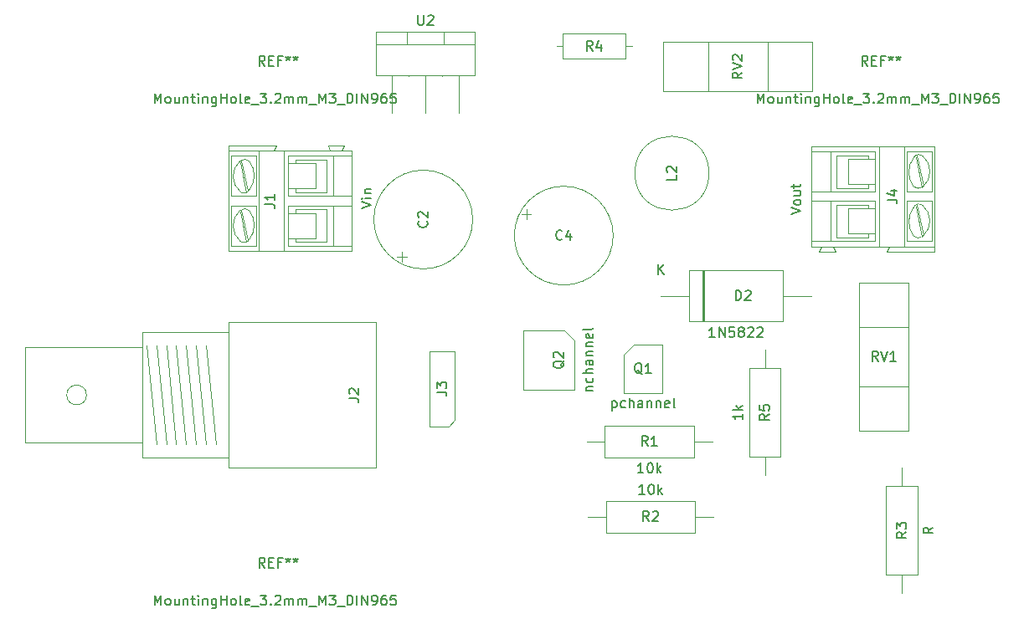
<source format=gbr>
G04 #@! TF.GenerationSoftware,KiCad,Pcbnew,5.0.2-bee76a0~70~ubuntu18.04.1*
G04 #@! TF.CreationDate,2019-05-08T10:40:33+01:00*
G04 #@! TF.ProjectId,lm2596_cc_vc,6c6d3235-3936-45f6-9363-5f76632e6b69,rev?*
G04 #@! TF.SameCoordinates,Original*
G04 #@! TF.FileFunction,Other,Fab,Top*
%FSLAX46Y46*%
G04 Gerber Fmt 4.6, Leading zero omitted, Abs format (unit mm)*
G04 Created by KiCad (PCBNEW 5.0.2-bee76a0~70~ubuntu18.04.1) date Wed 08 May 2019 10:40:33 BST*
%MOMM*%
%LPD*%
G01*
G04 APERTURE LIST*
%ADD10C,0.100000*%
%ADD11C,0.150000*%
G04 APERTURE END LIST*
D10*
G04 #@! TO.C,C2*
X62082500Y-92073861D02*
X63082500Y-92073861D01*
X62582500Y-92573861D02*
X62582500Y-91573861D01*
X69770000Y-88285000D02*
G75*
G03X69770000Y-88285000I-5000000J0D01*
G01*
G04 #@! TO.C,C4*
X83974000Y-89916000D02*
G75*
G03X83974000Y-89916000I-5000000J0D01*
G01*
X74685139Y-87728500D02*
X75685139Y-87728500D01*
X75185139Y-87228500D02*
X75185139Y-88228500D01*
G04 #@! TO.C,D2*
X91643000Y-93412000D02*
X91643000Y-98612000D01*
X91643000Y-98612000D02*
X101143000Y-98612000D01*
X101143000Y-98612000D02*
X101143000Y-93412000D01*
X101143000Y-93412000D02*
X91643000Y-93412000D01*
X88773000Y-96012000D02*
X91643000Y-96012000D01*
X104013000Y-96012000D02*
X101143000Y-96012000D01*
X93068000Y-93412000D02*
X93068000Y-98612000D01*
X93168000Y-93412000D02*
X93168000Y-98612000D01*
X92968000Y-93412000D02*
X92968000Y-98612000D01*
G04 #@! TO.C,J2*
X37785000Y-111045000D02*
X36785000Y-101045000D01*
X38785000Y-111045000D02*
X37785000Y-101045000D01*
X39785000Y-111045000D02*
X38785000Y-101045000D01*
X40785000Y-111045000D02*
X39785000Y-101045000D01*
X41785000Y-111045000D02*
X40785000Y-101045000D01*
X42785000Y-111045000D02*
X41785000Y-101045000D01*
X30715000Y-106045000D02*
G75*
G03X30715000Y-106045000I-1000000J0D01*
G01*
X36385000Y-101245000D02*
X24485000Y-101245000D01*
X24485000Y-101245000D02*
X24485000Y-110845000D01*
X24485000Y-110845000D02*
X36385000Y-110845000D01*
X45085000Y-99695000D02*
X36385000Y-99695000D01*
X36385000Y-99695000D02*
X36385000Y-112395000D01*
X36385000Y-112395000D02*
X45085000Y-112395000D01*
X59985000Y-113395000D02*
X59985000Y-98695000D01*
X59985000Y-98695000D02*
X45085000Y-98695000D01*
X45085000Y-98695000D02*
X45085000Y-113395000D01*
X45085000Y-113395000D02*
X59985000Y-113395000D01*
X43785000Y-111045000D02*
X42785000Y-101045000D01*
G04 #@! TO.C,J3*
X67310000Y-109220000D02*
X65405000Y-109220000D01*
X65405000Y-109220000D02*
X65405000Y-101600000D01*
X65405000Y-101600000D02*
X67945000Y-101600000D01*
X67945000Y-101600000D02*
X67945000Y-108585000D01*
X67945000Y-108585000D02*
X67310000Y-109220000D01*
G04 #@! TO.C,L2*
X93666000Y-83594000D02*
G75*
G03X93666000Y-83594000I-3750000J0D01*
G01*
G04 #@! TO.C,R4*
X78892000Y-69489000D02*
X78892000Y-71989000D01*
X78892000Y-71989000D02*
X85192000Y-71989000D01*
X85192000Y-71989000D02*
X85192000Y-69489000D01*
X85192000Y-69489000D02*
X78892000Y-69489000D01*
X78232000Y-70739000D02*
X78892000Y-70739000D01*
X85852000Y-70739000D02*
X85192000Y-70739000D01*
G04 #@! TO.C,RV1*
X113839000Y-99155000D02*
X108839000Y-99155000D01*
X113839000Y-105155000D02*
X113839000Y-99155000D01*
X108839000Y-105155000D02*
X113839000Y-105155000D01*
X108839000Y-99155000D02*
X108839000Y-105155000D01*
X108839000Y-94655000D02*
X113839000Y-94655000D01*
X108839000Y-109655000D02*
X108839000Y-94655000D01*
X113839000Y-109655000D02*
X108839000Y-109655000D01*
X113839000Y-94655000D02*
X113839000Y-109655000D01*
G04 #@! TO.C,RV2*
X89067000Y-70311000D02*
X104067000Y-70311000D01*
X104067000Y-70311000D02*
X104067000Y-75311000D01*
X104067000Y-75311000D02*
X89067000Y-75311000D01*
X89067000Y-75311000D02*
X89067000Y-70311000D01*
X93567000Y-75311000D02*
X99567000Y-75311000D01*
X99567000Y-75311000D02*
X99567000Y-70311000D01*
X99567000Y-70311000D02*
X93567000Y-70311000D01*
X93567000Y-70311000D02*
X93567000Y-75311000D01*
G04 #@! TO.C,U2*
X68395000Y-73670000D02*
X68395000Y-77470000D01*
X66695000Y-73670000D02*
X66695000Y-73770000D01*
X64995000Y-73670000D02*
X64995000Y-77470000D01*
X63295000Y-73670000D02*
X63295000Y-73770000D01*
X61595000Y-73670000D02*
X61595000Y-77470000D01*
X66845000Y-69270000D02*
X66845000Y-70540000D01*
X63145000Y-69270000D02*
X63145000Y-70540000D01*
X59995000Y-70540000D02*
X69995000Y-70540000D01*
X69995000Y-69270000D02*
X59995000Y-69270000D01*
X69995000Y-73670000D02*
X69995000Y-69270000D01*
X59995000Y-73670000D02*
X69995000Y-73670000D01*
X59995000Y-69270000D02*
X59995000Y-73670000D01*
G04 #@! TO.C,J1*
X53848000Y-90160000D02*
X53848000Y-87620000D01*
X53848000Y-87620000D02*
X51058000Y-87620000D01*
X51058000Y-90160000D02*
X51058000Y-87620000D01*
X53848000Y-90160000D02*
X51058000Y-90160000D01*
X53848000Y-85160000D02*
X53848000Y-82620000D01*
X53848000Y-82620000D02*
X51058000Y-82620000D01*
X51058000Y-85160000D02*
X51058000Y-82620000D01*
X53848000Y-85160000D02*
X51058000Y-85160000D01*
X45088000Y-81290000D02*
X48138000Y-81290000D01*
X45088000Y-81290000D02*
X45088000Y-91480000D01*
X45088000Y-81290000D02*
X45088000Y-80790000D01*
X45088000Y-80790000D02*
X49908000Y-80790000D01*
X49908000Y-80790000D02*
X49658000Y-81290000D01*
X56768000Y-80790000D02*
X56518000Y-81290000D01*
X56518000Y-81290000D02*
X57528000Y-81290000D01*
X55118000Y-80790000D02*
X55368000Y-81290000D01*
X55368000Y-81290000D02*
X56518000Y-81290000D01*
X55118000Y-80790000D02*
X56768000Y-80790000D01*
X57528000Y-85920000D02*
X55628000Y-85920000D01*
X51058000Y-81850000D02*
X55628000Y-81850000D01*
X57528000Y-85920000D02*
X57528000Y-81850000D01*
X57528000Y-81850000D02*
X57528000Y-81290000D01*
X57528000Y-86860000D02*
X55628000Y-86860000D01*
X57528000Y-86860000D02*
X57528000Y-85920000D01*
X51058000Y-90920000D02*
X55628000Y-90920000D01*
X57528000Y-91480000D02*
X57528000Y-90920000D01*
X57528000Y-90920000D02*
X57528000Y-86860000D01*
X55628000Y-85920000D02*
X55628000Y-81850000D01*
X55628000Y-85920000D02*
X51058000Y-85920000D01*
X55628000Y-81850000D02*
X57528000Y-81850000D01*
X55628000Y-86860000D02*
X55628000Y-90920000D01*
X55628000Y-86860000D02*
X51058000Y-86860000D01*
X55628000Y-90920000D02*
X57528000Y-90920000D01*
X54988000Y-82230000D02*
X51818000Y-82230000D01*
X54988000Y-82230000D02*
X54988000Y-85540000D01*
X54988000Y-85540000D02*
X51818000Y-85540000D01*
X54988000Y-87240000D02*
X51818000Y-87240000D01*
X54988000Y-87240000D02*
X54988000Y-90540000D01*
X54988000Y-90540000D02*
X51818000Y-90540000D01*
X51818000Y-90540000D02*
X51818000Y-90160000D01*
X51818000Y-87240000D02*
X51818000Y-87620000D01*
X51818000Y-85540000D02*
X51818000Y-85160000D01*
X51818000Y-82230000D02*
X51818000Y-82620000D01*
X57528000Y-91480000D02*
X50668000Y-91480000D01*
X50668000Y-91480000D02*
X48138000Y-91480000D01*
X49658000Y-81290000D02*
X50668000Y-81290000D01*
X50668000Y-81290000D02*
X55368000Y-81290000D01*
X48138000Y-91480000D02*
X48138000Y-81290000D01*
X48138000Y-91480000D02*
X45088000Y-91480000D01*
X48138000Y-81290000D02*
X49658000Y-81290000D01*
X47878000Y-85920000D02*
X45338000Y-85920000D01*
X45338000Y-85920000D02*
X45338000Y-81850000D01*
X45338000Y-81850000D02*
X47878000Y-81850000D01*
X47878000Y-81850000D02*
X47878000Y-85920000D01*
X47878000Y-86860000D02*
X45338000Y-86860000D01*
X47878000Y-86860000D02*
X47878000Y-90920000D01*
X47878000Y-90920000D02*
X45338000Y-90920000D01*
X45338000Y-86860000D02*
X45338000Y-90920000D01*
X46858000Y-85510000D02*
X46228000Y-82460000D01*
X46988000Y-85380000D02*
X46358000Y-82340000D01*
X46858000Y-90520000D02*
X46228000Y-87460000D01*
X46988000Y-90390000D02*
X46358000Y-87340000D01*
X51058000Y-90920000D02*
X51058000Y-90540000D01*
X51058000Y-86860000D02*
X51058000Y-87240000D01*
X51058000Y-87240000D02*
X51058000Y-90540000D01*
X50668000Y-91480000D02*
X50668000Y-90540000D01*
X50668000Y-90540000D02*
X50668000Y-87240000D01*
X50668000Y-87240000D02*
X50668000Y-85540000D01*
X50668000Y-81290000D02*
X50668000Y-82230000D01*
X50668000Y-82230000D02*
X50668000Y-85540000D01*
X51058000Y-81850000D02*
X51058000Y-82230000D01*
X51058000Y-85920000D02*
X51058000Y-85540000D01*
X51058000Y-85540000D02*
X51058000Y-82230000D01*
X47231995Y-82414468D02*
G75*
G03X46258000Y-82360000I-513995J-455532D01*
G01*
X47139737Y-85352333D02*
G75*
G03X47188000Y-82370000I-1901737J1522333D01*
G01*
X46246313Y-82361761D02*
G75*
G03X46308000Y-85510000I1351687J-1548239D01*
G01*
X46249301Y-85462972D02*
G75*
G03X47178000Y-85320000I408699J432972D01*
G01*
X47221996Y-87414380D02*
G75*
G03X46258000Y-87370000I-503996J-455620D01*
G01*
X47149418Y-90359829D02*
G75*
G03X47188000Y-87370000I-1911418J1519829D01*
G01*
X46236466Y-87360024D02*
G75*
G03X46308000Y-90520000I1361534J-1549976D01*
G01*
X46249301Y-90462972D02*
G75*
G03X47178000Y-90320000I408699J432972D01*
G01*
G04 #@! TO.C,J4*
X115294699Y-81876028D02*
G75*
G03X114366000Y-82019000I-408699J-432972D01*
G01*
X115307534Y-84978976D02*
G75*
G03X115236000Y-81819000I-1361534J1549976D01*
G01*
X114394582Y-81979171D02*
G75*
G03X114356000Y-84969000I1911418J-1519829D01*
G01*
X114322004Y-84924620D02*
G75*
G03X115286000Y-84969000I503996J455620D01*
G01*
X115294699Y-86876028D02*
G75*
G03X114366000Y-87019000I-408699J-432972D01*
G01*
X115297687Y-89977239D02*
G75*
G03X115236000Y-86829000I-1351687J1548239D01*
G01*
X114404263Y-86986667D02*
G75*
G03X114356000Y-89969000I1901737J-1522333D01*
G01*
X114312005Y-89924532D02*
G75*
G03X115286000Y-89979000I513995J455532D01*
G01*
X110486000Y-86799000D02*
X110486000Y-90109000D01*
X110486000Y-86419000D02*
X110486000Y-86799000D01*
X110486000Y-90489000D02*
X110486000Y-90109000D01*
X110876000Y-90109000D02*
X110876000Y-86799000D01*
X110876000Y-91049000D02*
X110876000Y-90109000D01*
X110876000Y-85099000D02*
X110876000Y-86799000D01*
X110876000Y-81799000D02*
X110876000Y-85099000D01*
X110876000Y-80859000D02*
X110876000Y-81799000D01*
X110486000Y-85099000D02*
X110486000Y-81799000D01*
X110486000Y-85479000D02*
X110486000Y-85099000D01*
X110486000Y-81419000D02*
X110486000Y-81799000D01*
X114556000Y-81949000D02*
X115186000Y-84999000D01*
X114686000Y-81819000D02*
X115316000Y-84879000D01*
X114556000Y-86959000D02*
X115186000Y-89999000D01*
X114686000Y-86829000D02*
X115316000Y-89879000D01*
X116206000Y-85479000D02*
X116206000Y-81419000D01*
X113666000Y-81419000D02*
X116206000Y-81419000D01*
X113666000Y-85479000D02*
X113666000Y-81419000D01*
X113666000Y-85479000D02*
X116206000Y-85479000D01*
X113666000Y-90489000D02*
X113666000Y-86419000D01*
X116206000Y-90489000D02*
X113666000Y-90489000D01*
X116206000Y-86419000D02*
X116206000Y-90489000D01*
X113666000Y-86419000D02*
X116206000Y-86419000D01*
X113406000Y-91049000D02*
X111886000Y-91049000D01*
X113406000Y-80859000D02*
X116456000Y-80859000D01*
X113406000Y-80859000D02*
X113406000Y-91049000D01*
X110876000Y-91049000D02*
X106176000Y-91049000D01*
X111886000Y-91049000D02*
X110876000Y-91049000D01*
X110876000Y-80859000D02*
X113406000Y-80859000D01*
X104016000Y-80859000D02*
X110876000Y-80859000D01*
X109726000Y-90109000D02*
X109726000Y-89719000D01*
X109726000Y-86799000D02*
X109726000Y-87179000D01*
X109726000Y-85099000D02*
X109726000Y-84719000D01*
X109726000Y-81799000D02*
X109726000Y-82179000D01*
X106556000Y-81799000D02*
X109726000Y-81799000D01*
X106556000Y-85099000D02*
X106556000Y-81799000D01*
X106556000Y-85099000D02*
X109726000Y-85099000D01*
X106556000Y-86799000D02*
X109726000Y-86799000D01*
X106556000Y-90109000D02*
X106556000Y-86799000D01*
X106556000Y-90109000D02*
X109726000Y-90109000D01*
X105916000Y-81419000D02*
X104016000Y-81419000D01*
X105916000Y-85479000D02*
X110486000Y-85479000D01*
X105916000Y-85479000D02*
X105916000Y-81419000D01*
X105916000Y-90489000D02*
X104016000Y-90489000D01*
X105916000Y-86419000D02*
X110486000Y-86419000D01*
X105916000Y-86419000D02*
X105916000Y-90489000D01*
X104016000Y-81419000D02*
X104016000Y-85479000D01*
X104016000Y-80859000D02*
X104016000Y-81419000D01*
X110486000Y-81419000D02*
X105916000Y-81419000D01*
X104016000Y-85479000D02*
X104016000Y-86419000D01*
X104016000Y-85479000D02*
X105916000Y-85479000D01*
X104016000Y-90489000D02*
X104016000Y-91049000D01*
X104016000Y-86419000D02*
X104016000Y-90489000D01*
X110486000Y-90489000D02*
X105916000Y-90489000D01*
X104016000Y-86419000D02*
X105916000Y-86419000D01*
X106426000Y-91549000D02*
X104776000Y-91549000D01*
X106176000Y-91049000D02*
X105026000Y-91049000D01*
X106426000Y-91549000D02*
X106176000Y-91049000D01*
X105026000Y-91049000D02*
X104016000Y-91049000D01*
X104776000Y-91549000D02*
X105026000Y-91049000D01*
X111636000Y-91549000D02*
X111886000Y-91049000D01*
X116456000Y-91549000D02*
X111636000Y-91549000D01*
X116456000Y-91049000D02*
X116456000Y-91549000D01*
X116456000Y-91049000D02*
X116456000Y-80859000D01*
X116456000Y-91049000D02*
X113406000Y-91049000D01*
X107696000Y-87179000D02*
X110486000Y-87179000D01*
X110486000Y-87179000D02*
X110486000Y-89719000D01*
X107696000Y-89719000D02*
X110486000Y-89719000D01*
X107696000Y-87179000D02*
X107696000Y-89719000D01*
X107696000Y-82179000D02*
X110486000Y-82179000D01*
X110486000Y-82179000D02*
X110486000Y-84719000D01*
X107696000Y-84719000D02*
X110486000Y-84719000D01*
X107696000Y-82179000D02*
X107696000Y-84719000D01*
G04 #@! TO.C,Q1*
X86045000Y-100928000D02*
X88945000Y-100928000D01*
X88945000Y-100928000D02*
X88945000Y-105828000D01*
X88945000Y-105828000D02*
X85045000Y-105828000D01*
X85045000Y-105828000D02*
X85045000Y-101928000D01*
X85045000Y-101928000D02*
X86045000Y-100928000D01*
G04 #@! TO.C,Q2*
X80070000Y-100489000D02*
X80070000Y-105489000D01*
X74870000Y-99489000D02*
X79070000Y-99489000D01*
X74870000Y-105489000D02*
X74870000Y-99489000D01*
X80070000Y-105489000D02*
X74870000Y-105489000D01*
X80070000Y-100489000D02*
X79070000Y-99489000D01*
G04 #@! TO.C,R1*
X93980000Y-110744000D02*
X92130000Y-110744000D01*
X81280000Y-110744000D02*
X83130000Y-110744000D01*
X92130000Y-109144000D02*
X83130000Y-109144000D01*
X92130000Y-112344000D02*
X92130000Y-109144000D01*
X83130000Y-112344000D02*
X92130000Y-112344000D01*
X83130000Y-109144000D02*
X83130000Y-112344000D01*
G04 #@! TO.C,R2*
X92257000Y-119964000D02*
X92257000Y-116764000D01*
X92257000Y-116764000D02*
X83257000Y-116764000D01*
X83257000Y-116764000D02*
X83257000Y-119964000D01*
X83257000Y-119964000D02*
X92257000Y-119964000D01*
X94107000Y-118364000D02*
X92257000Y-118364000D01*
X81407000Y-118364000D02*
X83257000Y-118364000D01*
G04 #@! TO.C,R3*
X113157000Y-113411000D02*
X113157000Y-115261000D01*
X113157000Y-126111000D02*
X113157000Y-124261000D01*
X111557000Y-115261000D02*
X111557000Y-124261000D01*
X114757000Y-115261000D02*
X111557000Y-115261000D01*
X114757000Y-124261000D02*
X114757000Y-115261000D01*
X111557000Y-124261000D02*
X114757000Y-124261000D01*
G04 #@! TO.C,R5*
X100914000Y-103323000D02*
X97714000Y-103323000D01*
X97714000Y-103323000D02*
X97714000Y-112323000D01*
X97714000Y-112323000D02*
X100914000Y-112323000D01*
X100914000Y-112323000D02*
X100914000Y-103323000D01*
X99314000Y-101473000D02*
X99314000Y-103323000D01*
X99314000Y-114173000D02*
X99314000Y-112323000D01*
G04 #@! TD*
G04 #@! TO.C,REF\002A\002A*
D11*
X37593523Y-127315380D02*
X37593523Y-126315380D01*
X37926857Y-127029666D01*
X38260190Y-126315380D01*
X38260190Y-127315380D01*
X38879238Y-127315380D02*
X38783999Y-127267761D01*
X38736380Y-127220142D01*
X38688761Y-127124904D01*
X38688761Y-126839190D01*
X38736380Y-126743952D01*
X38783999Y-126696333D01*
X38879238Y-126648714D01*
X39022095Y-126648714D01*
X39117333Y-126696333D01*
X39164952Y-126743952D01*
X39212571Y-126839190D01*
X39212571Y-127124904D01*
X39164952Y-127220142D01*
X39117333Y-127267761D01*
X39022095Y-127315380D01*
X38879238Y-127315380D01*
X40069714Y-126648714D02*
X40069714Y-127315380D01*
X39641142Y-126648714D02*
X39641142Y-127172523D01*
X39688761Y-127267761D01*
X39783999Y-127315380D01*
X39926857Y-127315380D01*
X40022095Y-127267761D01*
X40069714Y-127220142D01*
X40545904Y-126648714D02*
X40545904Y-127315380D01*
X40545904Y-126743952D02*
X40593523Y-126696333D01*
X40688761Y-126648714D01*
X40831619Y-126648714D01*
X40926857Y-126696333D01*
X40974476Y-126791571D01*
X40974476Y-127315380D01*
X41307809Y-126648714D02*
X41688761Y-126648714D01*
X41450666Y-126315380D02*
X41450666Y-127172523D01*
X41498285Y-127267761D01*
X41593523Y-127315380D01*
X41688761Y-127315380D01*
X42022095Y-127315380D02*
X42022095Y-126648714D01*
X42022095Y-126315380D02*
X41974476Y-126363000D01*
X42022095Y-126410619D01*
X42069714Y-126363000D01*
X42022095Y-126315380D01*
X42022095Y-126410619D01*
X42498285Y-126648714D02*
X42498285Y-127315380D01*
X42498285Y-126743952D02*
X42545904Y-126696333D01*
X42641142Y-126648714D01*
X42783999Y-126648714D01*
X42879238Y-126696333D01*
X42926857Y-126791571D01*
X42926857Y-127315380D01*
X43831619Y-126648714D02*
X43831619Y-127458238D01*
X43783999Y-127553476D01*
X43736380Y-127601095D01*
X43641142Y-127648714D01*
X43498285Y-127648714D01*
X43403047Y-127601095D01*
X43831619Y-127267761D02*
X43736380Y-127315380D01*
X43545904Y-127315380D01*
X43450666Y-127267761D01*
X43403047Y-127220142D01*
X43355428Y-127124904D01*
X43355428Y-126839190D01*
X43403047Y-126743952D01*
X43450666Y-126696333D01*
X43545904Y-126648714D01*
X43736380Y-126648714D01*
X43831619Y-126696333D01*
X44307809Y-127315380D02*
X44307809Y-126315380D01*
X44307809Y-126791571D02*
X44879238Y-126791571D01*
X44879238Y-127315380D02*
X44879238Y-126315380D01*
X45498285Y-127315380D02*
X45403047Y-127267761D01*
X45355428Y-127220142D01*
X45307809Y-127124904D01*
X45307809Y-126839190D01*
X45355428Y-126743952D01*
X45403047Y-126696333D01*
X45498285Y-126648714D01*
X45641142Y-126648714D01*
X45736380Y-126696333D01*
X45783999Y-126743952D01*
X45831619Y-126839190D01*
X45831619Y-127124904D01*
X45783999Y-127220142D01*
X45736380Y-127267761D01*
X45641142Y-127315380D01*
X45498285Y-127315380D01*
X46403047Y-127315380D02*
X46307809Y-127267761D01*
X46260190Y-127172523D01*
X46260190Y-126315380D01*
X47164952Y-127267761D02*
X47069714Y-127315380D01*
X46879238Y-127315380D01*
X46783999Y-127267761D01*
X46736380Y-127172523D01*
X46736380Y-126791571D01*
X46783999Y-126696333D01*
X46879238Y-126648714D01*
X47069714Y-126648714D01*
X47164952Y-126696333D01*
X47212571Y-126791571D01*
X47212571Y-126886809D01*
X46736380Y-126982047D01*
X47403047Y-127410619D02*
X48164952Y-127410619D01*
X48307809Y-126315380D02*
X48926857Y-126315380D01*
X48593523Y-126696333D01*
X48736380Y-126696333D01*
X48831619Y-126743952D01*
X48879238Y-126791571D01*
X48926857Y-126886809D01*
X48926857Y-127124904D01*
X48879238Y-127220142D01*
X48831619Y-127267761D01*
X48736380Y-127315380D01*
X48450666Y-127315380D01*
X48355428Y-127267761D01*
X48307809Y-127220142D01*
X49355428Y-127220142D02*
X49403047Y-127267761D01*
X49355428Y-127315380D01*
X49307809Y-127267761D01*
X49355428Y-127220142D01*
X49355428Y-127315380D01*
X49783999Y-126410619D02*
X49831619Y-126363000D01*
X49926857Y-126315380D01*
X50164952Y-126315380D01*
X50260190Y-126363000D01*
X50307809Y-126410619D01*
X50355428Y-126505857D01*
X50355428Y-126601095D01*
X50307809Y-126743952D01*
X49736380Y-127315380D01*
X50355428Y-127315380D01*
X50783999Y-127315380D02*
X50783999Y-126648714D01*
X50783999Y-126743952D02*
X50831619Y-126696333D01*
X50926857Y-126648714D01*
X51069714Y-126648714D01*
X51164952Y-126696333D01*
X51212571Y-126791571D01*
X51212571Y-127315380D01*
X51212571Y-126791571D02*
X51260190Y-126696333D01*
X51355428Y-126648714D01*
X51498285Y-126648714D01*
X51593523Y-126696333D01*
X51641142Y-126791571D01*
X51641142Y-127315380D01*
X52117333Y-127315380D02*
X52117333Y-126648714D01*
X52117333Y-126743952D02*
X52164952Y-126696333D01*
X52260190Y-126648714D01*
X52403047Y-126648714D01*
X52498285Y-126696333D01*
X52545904Y-126791571D01*
X52545904Y-127315380D01*
X52545904Y-126791571D02*
X52593523Y-126696333D01*
X52688761Y-126648714D01*
X52831619Y-126648714D01*
X52926857Y-126696333D01*
X52974476Y-126791571D01*
X52974476Y-127315380D01*
X53212571Y-127410619D02*
X53974476Y-127410619D01*
X54212571Y-127315380D02*
X54212571Y-126315380D01*
X54545904Y-127029666D01*
X54879238Y-126315380D01*
X54879238Y-127315380D01*
X55260190Y-126315380D02*
X55879238Y-126315380D01*
X55545904Y-126696333D01*
X55688761Y-126696333D01*
X55783999Y-126743952D01*
X55831619Y-126791571D01*
X55879238Y-126886809D01*
X55879238Y-127124904D01*
X55831619Y-127220142D01*
X55783999Y-127267761D01*
X55688761Y-127315380D01*
X55403047Y-127315380D01*
X55307809Y-127267761D01*
X55260190Y-127220142D01*
X56069714Y-127410619D02*
X56831619Y-127410619D01*
X57069714Y-127315380D02*
X57069714Y-126315380D01*
X57307809Y-126315380D01*
X57450666Y-126363000D01*
X57545904Y-126458238D01*
X57593523Y-126553476D01*
X57641142Y-126743952D01*
X57641142Y-126886809D01*
X57593523Y-127077285D01*
X57545904Y-127172523D01*
X57450666Y-127267761D01*
X57307809Y-127315380D01*
X57069714Y-127315380D01*
X58069714Y-127315380D02*
X58069714Y-126315380D01*
X58545904Y-127315380D02*
X58545904Y-126315380D01*
X59117333Y-127315380D01*
X59117333Y-126315380D01*
X59641142Y-127315380D02*
X59831619Y-127315380D01*
X59926857Y-127267761D01*
X59974476Y-127220142D01*
X60069714Y-127077285D01*
X60117333Y-126886809D01*
X60117333Y-126505857D01*
X60069714Y-126410619D01*
X60022095Y-126363000D01*
X59926857Y-126315380D01*
X59736380Y-126315380D01*
X59641142Y-126363000D01*
X59593523Y-126410619D01*
X59545904Y-126505857D01*
X59545904Y-126743952D01*
X59593523Y-126839190D01*
X59641142Y-126886809D01*
X59736380Y-126934428D01*
X59926857Y-126934428D01*
X60022095Y-126886809D01*
X60069714Y-126839190D01*
X60117333Y-126743952D01*
X60974476Y-126315380D02*
X60783999Y-126315380D01*
X60688761Y-126363000D01*
X60641142Y-126410619D01*
X60545904Y-126553476D01*
X60498285Y-126743952D01*
X60498285Y-127124904D01*
X60545904Y-127220142D01*
X60593523Y-127267761D01*
X60688761Y-127315380D01*
X60879238Y-127315380D01*
X60974476Y-127267761D01*
X61022095Y-127220142D01*
X61069714Y-127124904D01*
X61069714Y-126886809D01*
X61022095Y-126791571D01*
X60974476Y-126743952D01*
X60879238Y-126696333D01*
X60688761Y-126696333D01*
X60593523Y-126743952D01*
X60545904Y-126791571D01*
X60498285Y-126886809D01*
X61974476Y-126315380D02*
X61498285Y-126315380D01*
X61450666Y-126791571D01*
X61498285Y-126743952D01*
X61593523Y-126696333D01*
X61831619Y-126696333D01*
X61926857Y-126743952D01*
X61974476Y-126791571D01*
X62022095Y-126886809D01*
X62022095Y-127124904D01*
X61974476Y-127220142D01*
X61926857Y-127267761D01*
X61831619Y-127315380D01*
X61593523Y-127315380D01*
X61498285Y-127267761D01*
X61450666Y-127220142D01*
X48750666Y-123515380D02*
X48417333Y-123039190D01*
X48179238Y-123515380D02*
X48179238Y-122515380D01*
X48560190Y-122515380D01*
X48655428Y-122563000D01*
X48703047Y-122610619D01*
X48750666Y-122705857D01*
X48750666Y-122848714D01*
X48703047Y-122943952D01*
X48655428Y-122991571D01*
X48560190Y-123039190D01*
X48179238Y-123039190D01*
X49179238Y-122991571D02*
X49512571Y-122991571D01*
X49655428Y-123515380D02*
X49179238Y-123515380D01*
X49179238Y-122515380D01*
X49655428Y-122515380D01*
X50417333Y-122991571D02*
X50084000Y-122991571D01*
X50084000Y-123515380D02*
X50084000Y-122515380D01*
X50560190Y-122515380D01*
X51084000Y-122515380D02*
X51084000Y-122753476D01*
X50845904Y-122658238D02*
X51084000Y-122753476D01*
X51322095Y-122658238D01*
X50941142Y-122943952D02*
X51084000Y-122753476D01*
X51226857Y-122943952D01*
X51845904Y-122515380D02*
X51845904Y-122753476D01*
X51607809Y-122658238D02*
X51845904Y-122753476D01*
X52084000Y-122658238D01*
X51703047Y-122943952D02*
X51845904Y-122753476D01*
X51988761Y-122943952D01*
X98553523Y-76515380D02*
X98553523Y-75515380D01*
X98886857Y-76229666D01*
X99220190Y-75515380D01*
X99220190Y-76515380D01*
X99839238Y-76515380D02*
X99744000Y-76467761D01*
X99696380Y-76420142D01*
X99648761Y-76324904D01*
X99648761Y-76039190D01*
X99696380Y-75943952D01*
X99744000Y-75896333D01*
X99839238Y-75848714D01*
X99982095Y-75848714D01*
X100077333Y-75896333D01*
X100124952Y-75943952D01*
X100172571Y-76039190D01*
X100172571Y-76324904D01*
X100124952Y-76420142D01*
X100077333Y-76467761D01*
X99982095Y-76515380D01*
X99839238Y-76515380D01*
X101029714Y-75848714D02*
X101029714Y-76515380D01*
X100601142Y-75848714D02*
X100601142Y-76372523D01*
X100648761Y-76467761D01*
X100744000Y-76515380D01*
X100886857Y-76515380D01*
X100982095Y-76467761D01*
X101029714Y-76420142D01*
X101505904Y-75848714D02*
X101505904Y-76515380D01*
X101505904Y-75943952D02*
X101553523Y-75896333D01*
X101648761Y-75848714D01*
X101791619Y-75848714D01*
X101886857Y-75896333D01*
X101934476Y-75991571D01*
X101934476Y-76515380D01*
X102267809Y-75848714D02*
X102648761Y-75848714D01*
X102410666Y-75515380D02*
X102410666Y-76372523D01*
X102458285Y-76467761D01*
X102553523Y-76515380D01*
X102648761Y-76515380D01*
X102982095Y-76515380D02*
X102982095Y-75848714D01*
X102982095Y-75515380D02*
X102934476Y-75563000D01*
X102982095Y-75610619D01*
X103029714Y-75563000D01*
X102982095Y-75515380D01*
X102982095Y-75610619D01*
X103458285Y-75848714D02*
X103458285Y-76515380D01*
X103458285Y-75943952D02*
X103505904Y-75896333D01*
X103601142Y-75848714D01*
X103744000Y-75848714D01*
X103839238Y-75896333D01*
X103886857Y-75991571D01*
X103886857Y-76515380D01*
X104791619Y-75848714D02*
X104791619Y-76658238D01*
X104744000Y-76753476D01*
X104696380Y-76801095D01*
X104601142Y-76848714D01*
X104458285Y-76848714D01*
X104363047Y-76801095D01*
X104791619Y-76467761D02*
X104696380Y-76515380D01*
X104505904Y-76515380D01*
X104410666Y-76467761D01*
X104363047Y-76420142D01*
X104315428Y-76324904D01*
X104315428Y-76039190D01*
X104363047Y-75943952D01*
X104410666Y-75896333D01*
X104505904Y-75848714D01*
X104696380Y-75848714D01*
X104791619Y-75896333D01*
X105267809Y-76515380D02*
X105267809Y-75515380D01*
X105267809Y-75991571D02*
X105839238Y-75991571D01*
X105839238Y-76515380D02*
X105839238Y-75515380D01*
X106458285Y-76515380D02*
X106363047Y-76467761D01*
X106315428Y-76420142D01*
X106267809Y-76324904D01*
X106267809Y-76039190D01*
X106315428Y-75943952D01*
X106363047Y-75896333D01*
X106458285Y-75848714D01*
X106601142Y-75848714D01*
X106696380Y-75896333D01*
X106744000Y-75943952D01*
X106791619Y-76039190D01*
X106791619Y-76324904D01*
X106744000Y-76420142D01*
X106696380Y-76467761D01*
X106601142Y-76515380D01*
X106458285Y-76515380D01*
X107363047Y-76515380D02*
X107267809Y-76467761D01*
X107220190Y-76372523D01*
X107220190Y-75515380D01*
X108124952Y-76467761D02*
X108029714Y-76515380D01*
X107839238Y-76515380D01*
X107744000Y-76467761D01*
X107696380Y-76372523D01*
X107696380Y-75991571D01*
X107744000Y-75896333D01*
X107839238Y-75848714D01*
X108029714Y-75848714D01*
X108124952Y-75896333D01*
X108172571Y-75991571D01*
X108172571Y-76086809D01*
X107696380Y-76182047D01*
X108363047Y-76610619D02*
X109124952Y-76610619D01*
X109267809Y-75515380D02*
X109886857Y-75515380D01*
X109553523Y-75896333D01*
X109696380Y-75896333D01*
X109791619Y-75943952D01*
X109839238Y-75991571D01*
X109886857Y-76086809D01*
X109886857Y-76324904D01*
X109839238Y-76420142D01*
X109791619Y-76467761D01*
X109696380Y-76515380D01*
X109410666Y-76515380D01*
X109315428Y-76467761D01*
X109267809Y-76420142D01*
X110315428Y-76420142D02*
X110363047Y-76467761D01*
X110315428Y-76515380D01*
X110267809Y-76467761D01*
X110315428Y-76420142D01*
X110315428Y-76515380D01*
X110743999Y-75610619D02*
X110791619Y-75563000D01*
X110886857Y-75515380D01*
X111124952Y-75515380D01*
X111220190Y-75563000D01*
X111267809Y-75610619D01*
X111315428Y-75705857D01*
X111315428Y-75801095D01*
X111267809Y-75943952D01*
X110696380Y-76515380D01*
X111315428Y-76515380D01*
X111743999Y-76515380D02*
X111743999Y-75848714D01*
X111743999Y-75943952D02*
X111791619Y-75896333D01*
X111886857Y-75848714D01*
X112029714Y-75848714D01*
X112124952Y-75896333D01*
X112172571Y-75991571D01*
X112172571Y-76515380D01*
X112172571Y-75991571D02*
X112220190Y-75896333D01*
X112315428Y-75848714D01*
X112458285Y-75848714D01*
X112553523Y-75896333D01*
X112601142Y-75991571D01*
X112601142Y-76515380D01*
X113077333Y-76515380D02*
X113077333Y-75848714D01*
X113077333Y-75943952D02*
X113124952Y-75896333D01*
X113220190Y-75848714D01*
X113363047Y-75848714D01*
X113458285Y-75896333D01*
X113505904Y-75991571D01*
X113505904Y-76515380D01*
X113505904Y-75991571D02*
X113553523Y-75896333D01*
X113648761Y-75848714D01*
X113791619Y-75848714D01*
X113886857Y-75896333D01*
X113934476Y-75991571D01*
X113934476Y-76515380D01*
X114172571Y-76610619D02*
X114934476Y-76610619D01*
X115172571Y-76515380D02*
X115172571Y-75515380D01*
X115505904Y-76229666D01*
X115839238Y-75515380D01*
X115839238Y-76515380D01*
X116220190Y-75515380D02*
X116839238Y-75515380D01*
X116505904Y-75896333D01*
X116648761Y-75896333D01*
X116744000Y-75943952D01*
X116791619Y-75991571D01*
X116839238Y-76086809D01*
X116839238Y-76324904D01*
X116791619Y-76420142D01*
X116744000Y-76467761D01*
X116648761Y-76515380D01*
X116363047Y-76515380D01*
X116267809Y-76467761D01*
X116220190Y-76420142D01*
X117029714Y-76610619D02*
X117791619Y-76610619D01*
X118029714Y-76515380D02*
X118029714Y-75515380D01*
X118267809Y-75515380D01*
X118410666Y-75563000D01*
X118505904Y-75658238D01*
X118553523Y-75753476D01*
X118601142Y-75943952D01*
X118601142Y-76086809D01*
X118553523Y-76277285D01*
X118505904Y-76372523D01*
X118410666Y-76467761D01*
X118267809Y-76515380D01*
X118029714Y-76515380D01*
X119029714Y-76515380D02*
X119029714Y-75515380D01*
X119505904Y-76515380D02*
X119505904Y-75515380D01*
X120077333Y-76515380D01*
X120077333Y-75515380D01*
X120601142Y-76515380D02*
X120791619Y-76515380D01*
X120886857Y-76467761D01*
X120934476Y-76420142D01*
X121029714Y-76277285D01*
X121077333Y-76086809D01*
X121077333Y-75705857D01*
X121029714Y-75610619D01*
X120982095Y-75563000D01*
X120886857Y-75515380D01*
X120696380Y-75515380D01*
X120601142Y-75563000D01*
X120553523Y-75610619D01*
X120505904Y-75705857D01*
X120505904Y-75943952D01*
X120553523Y-76039190D01*
X120601142Y-76086809D01*
X120696380Y-76134428D01*
X120886857Y-76134428D01*
X120982095Y-76086809D01*
X121029714Y-76039190D01*
X121077333Y-75943952D01*
X121934476Y-75515380D02*
X121744000Y-75515380D01*
X121648761Y-75563000D01*
X121601142Y-75610619D01*
X121505904Y-75753476D01*
X121458285Y-75943952D01*
X121458285Y-76324904D01*
X121505904Y-76420142D01*
X121553523Y-76467761D01*
X121648761Y-76515380D01*
X121839238Y-76515380D01*
X121934476Y-76467761D01*
X121982095Y-76420142D01*
X122029714Y-76324904D01*
X122029714Y-76086809D01*
X121982095Y-75991571D01*
X121934476Y-75943952D01*
X121839238Y-75896333D01*
X121648761Y-75896333D01*
X121553523Y-75943952D01*
X121505904Y-75991571D01*
X121458285Y-76086809D01*
X122934476Y-75515380D02*
X122458285Y-75515380D01*
X122410666Y-75991571D01*
X122458285Y-75943952D01*
X122553523Y-75896333D01*
X122791619Y-75896333D01*
X122886857Y-75943952D01*
X122934476Y-75991571D01*
X122982095Y-76086809D01*
X122982095Y-76324904D01*
X122934476Y-76420142D01*
X122886857Y-76467761D01*
X122791619Y-76515380D01*
X122553523Y-76515380D01*
X122458285Y-76467761D01*
X122410666Y-76420142D01*
X109710666Y-72715380D02*
X109377333Y-72239190D01*
X109139238Y-72715380D02*
X109139238Y-71715380D01*
X109520190Y-71715380D01*
X109615428Y-71763000D01*
X109663047Y-71810619D01*
X109710666Y-71905857D01*
X109710666Y-72048714D01*
X109663047Y-72143952D01*
X109615428Y-72191571D01*
X109520190Y-72239190D01*
X109139238Y-72239190D01*
X110139238Y-72191571D02*
X110472571Y-72191571D01*
X110615428Y-72715380D02*
X110139238Y-72715380D01*
X110139238Y-71715380D01*
X110615428Y-71715380D01*
X111377333Y-72191571D02*
X111044000Y-72191571D01*
X111044000Y-72715380D02*
X111044000Y-71715380D01*
X111520190Y-71715380D01*
X112044000Y-71715380D02*
X112044000Y-71953476D01*
X111805904Y-71858238D02*
X112044000Y-71953476D01*
X112282095Y-71858238D01*
X111901142Y-72143952D02*
X112044000Y-71953476D01*
X112186857Y-72143952D01*
X112805904Y-71715380D02*
X112805904Y-71953476D01*
X112567809Y-71858238D02*
X112805904Y-71953476D01*
X113044000Y-71858238D01*
X112663047Y-72143952D02*
X112805904Y-71953476D01*
X112948761Y-72143952D01*
G04 #@! TO.C,C2*
X65127142Y-88451666D02*
X65174761Y-88499285D01*
X65222380Y-88642142D01*
X65222380Y-88737380D01*
X65174761Y-88880238D01*
X65079523Y-88975476D01*
X64984285Y-89023095D01*
X64793809Y-89070714D01*
X64650952Y-89070714D01*
X64460476Y-89023095D01*
X64365238Y-88975476D01*
X64270000Y-88880238D01*
X64222380Y-88737380D01*
X64222380Y-88642142D01*
X64270000Y-88499285D01*
X64317619Y-88451666D01*
X64317619Y-88070714D02*
X64270000Y-88023095D01*
X64222380Y-87927857D01*
X64222380Y-87689761D01*
X64270000Y-87594523D01*
X64317619Y-87546904D01*
X64412857Y-87499285D01*
X64508095Y-87499285D01*
X64650952Y-87546904D01*
X65222380Y-88118333D01*
X65222380Y-87499285D01*
G04 #@! TO.C,C4*
X78807333Y-90273142D02*
X78759714Y-90320761D01*
X78616857Y-90368380D01*
X78521619Y-90368380D01*
X78378761Y-90320761D01*
X78283523Y-90225523D01*
X78235904Y-90130285D01*
X78188285Y-89939809D01*
X78188285Y-89796952D01*
X78235904Y-89606476D01*
X78283523Y-89511238D01*
X78378761Y-89416000D01*
X78521619Y-89368380D01*
X78616857Y-89368380D01*
X78759714Y-89416000D01*
X78807333Y-89463619D01*
X79664476Y-89701714D02*
X79664476Y-90368380D01*
X79426380Y-89320761D02*
X79188285Y-90035047D01*
X79807333Y-90035047D01*
G04 #@! TO.C,D2*
X94250142Y-100184380D02*
X93678714Y-100184380D01*
X93964428Y-100184380D02*
X93964428Y-99184380D01*
X93869190Y-99327238D01*
X93773952Y-99422476D01*
X93678714Y-99470095D01*
X94678714Y-100184380D02*
X94678714Y-99184380D01*
X95250142Y-100184380D01*
X95250142Y-99184380D01*
X96202523Y-99184380D02*
X95726333Y-99184380D01*
X95678714Y-99660571D01*
X95726333Y-99612952D01*
X95821571Y-99565333D01*
X96059666Y-99565333D01*
X96154904Y-99612952D01*
X96202523Y-99660571D01*
X96250142Y-99755809D01*
X96250142Y-99993904D01*
X96202523Y-100089142D01*
X96154904Y-100136761D01*
X96059666Y-100184380D01*
X95821571Y-100184380D01*
X95726333Y-100136761D01*
X95678714Y-100089142D01*
X96821571Y-99612952D02*
X96726333Y-99565333D01*
X96678714Y-99517714D01*
X96631095Y-99422476D01*
X96631095Y-99374857D01*
X96678714Y-99279619D01*
X96726333Y-99232000D01*
X96821571Y-99184380D01*
X97012047Y-99184380D01*
X97107285Y-99232000D01*
X97154904Y-99279619D01*
X97202523Y-99374857D01*
X97202523Y-99422476D01*
X97154904Y-99517714D01*
X97107285Y-99565333D01*
X97012047Y-99612952D01*
X96821571Y-99612952D01*
X96726333Y-99660571D01*
X96678714Y-99708190D01*
X96631095Y-99803428D01*
X96631095Y-99993904D01*
X96678714Y-100089142D01*
X96726333Y-100136761D01*
X96821571Y-100184380D01*
X97012047Y-100184380D01*
X97107285Y-100136761D01*
X97154904Y-100089142D01*
X97202523Y-99993904D01*
X97202523Y-99803428D01*
X97154904Y-99708190D01*
X97107285Y-99660571D01*
X97012047Y-99612952D01*
X97583476Y-99279619D02*
X97631095Y-99232000D01*
X97726333Y-99184380D01*
X97964428Y-99184380D01*
X98059666Y-99232000D01*
X98107285Y-99279619D01*
X98154904Y-99374857D01*
X98154904Y-99470095D01*
X98107285Y-99612952D01*
X97535857Y-100184380D01*
X98154904Y-100184380D01*
X98535857Y-99279619D02*
X98583476Y-99232000D01*
X98678714Y-99184380D01*
X98916809Y-99184380D01*
X99012047Y-99232000D01*
X99059666Y-99279619D01*
X99107285Y-99374857D01*
X99107285Y-99470095D01*
X99059666Y-99612952D01*
X98488238Y-100184380D01*
X99107285Y-100184380D01*
X96367404Y-96464380D02*
X96367404Y-95464380D01*
X96605500Y-95464380D01*
X96748357Y-95512000D01*
X96843595Y-95607238D01*
X96891214Y-95702476D01*
X96938833Y-95892952D01*
X96938833Y-96035809D01*
X96891214Y-96226285D01*
X96843595Y-96321523D01*
X96748357Y-96416761D01*
X96605500Y-96464380D01*
X96367404Y-96464380D01*
X97319785Y-95559619D02*
X97367404Y-95512000D01*
X97462642Y-95464380D01*
X97700738Y-95464380D01*
X97795976Y-95512000D01*
X97843595Y-95559619D01*
X97891214Y-95654857D01*
X97891214Y-95750095D01*
X97843595Y-95892952D01*
X97272166Y-96464380D01*
X97891214Y-96464380D01*
X88511095Y-93864380D02*
X88511095Y-92864380D01*
X89082523Y-93864380D02*
X88653952Y-93292952D01*
X89082523Y-92864380D02*
X88511095Y-93435809D01*
G04 #@! TO.C,J2*
X57237380Y-106378333D02*
X57951666Y-106378333D01*
X58094523Y-106425952D01*
X58189761Y-106521190D01*
X58237380Y-106664047D01*
X58237380Y-106759285D01*
X57332619Y-105949761D02*
X57285000Y-105902142D01*
X57237380Y-105806904D01*
X57237380Y-105568809D01*
X57285000Y-105473571D01*
X57332619Y-105425952D01*
X57427857Y-105378333D01*
X57523095Y-105378333D01*
X57665952Y-105425952D01*
X58237380Y-105997380D01*
X58237380Y-105378333D01*
G04 #@! TO.C,J3*
X66127380Y-105743333D02*
X66841666Y-105743333D01*
X66984523Y-105790952D01*
X67079761Y-105886190D01*
X67127380Y-106029047D01*
X67127380Y-106124285D01*
X66127380Y-105362380D02*
X66127380Y-104743333D01*
X66508333Y-105076666D01*
X66508333Y-104933809D01*
X66555952Y-104838571D01*
X66603571Y-104790952D01*
X66698809Y-104743333D01*
X66936904Y-104743333D01*
X67032142Y-104790952D01*
X67079761Y-104838571D01*
X67127380Y-104933809D01*
X67127380Y-105219523D01*
X67079761Y-105314761D01*
X67032142Y-105362380D01*
G04 #@! TO.C,L2*
X90368380Y-83760666D02*
X90368380Y-84236857D01*
X89368380Y-84236857D01*
X89463619Y-83474952D02*
X89416000Y-83427333D01*
X89368380Y-83332095D01*
X89368380Y-83094000D01*
X89416000Y-82998761D01*
X89463619Y-82951142D01*
X89558857Y-82903523D01*
X89654095Y-82903523D01*
X89796952Y-82951142D01*
X90368380Y-83522571D01*
X90368380Y-82903523D01*
G04 #@! TO.C,R4*
X81875333Y-71191380D02*
X81542000Y-70715190D01*
X81303904Y-71191380D02*
X81303904Y-70191380D01*
X81684857Y-70191380D01*
X81780095Y-70239000D01*
X81827714Y-70286619D01*
X81875333Y-70381857D01*
X81875333Y-70524714D01*
X81827714Y-70619952D01*
X81780095Y-70667571D01*
X81684857Y-70715190D01*
X81303904Y-70715190D01*
X82732476Y-70524714D02*
X82732476Y-71191380D01*
X82494380Y-70143761D02*
X82256285Y-70858047D01*
X82875333Y-70858047D01*
G04 #@! TO.C,RV1*
X110743761Y-102607380D02*
X110410428Y-102131190D01*
X110172333Y-102607380D02*
X110172333Y-101607380D01*
X110553285Y-101607380D01*
X110648523Y-101655000D01*
X110696142Y-101702619D01*
X110743761Y-101797857D01*
X110743761Y-101940714D01*
X110696142Y-102035952D01*
X110648523Y-102083571D01*
X110553285Y-102131190D01*
X110172333Y-102131190D01*
X111029476Y-101607380D02*
X111362809Y-102607380D01*
X111696142Y-101607380D01*
X112553285Y-102607380D02*
X111981857Y-102607380D01*
X112267571Y-102607380D02*
X112267571Y-101607380D01*
X112172333Y-101750238D01*
X112077095Y-101845476D01*
X111981857Y-101893095D01*
G04 #@! TO.C,RV2*
X97019380Y-73406238D02*
X96543190Y-73739571D01*
X97019380Y-73977666D02*
X96019380Y-73977666D01*
X96019380Y-73596714D01*
X96067000Y-73501476D01*
X96114619Y-73453857D01*
X96209857Y-73406238D01*
X96352714Y-73406238D01*
X96447952Y-73453857D01*
X96495571Y-73501476D01*
X96543190Y-73596714D01*
X96543190Y-73977666D01*
X96019380Y-73120523D02*
X97019380Y-72787190D01*
X96019380Y-72453857D01*
X96114619Y-72168142D02*
X96067000Y-72120523D01*
X96019380Y-72025285D01*
X96019380Y-71787190D01*
X96067000Y-71691952D01*
X96114619Y-71644333D01*
X96209857Y-71596714D01*
X96305095Y-71596714D01*
X96447952Y-71644333D01*
X97019380Y-72215761D01*
X97019380Y-71596714D01*
G04 #@! TO.C,U2*
X64233095Y-67602380D02*
X64233095Y-68411904D01*
X64280714Y-68507142D01*
X64328333Y-68554761D01*
X64423571Y-68602380D01*
X64614047Y-68602380D01*
X64709285Y-68554761D01*
X64756904Y-68507142D01*
X64804523Y-68411904D01*
X64804523Y-67602380D01*
X65233095Y-67697619D02*
X65280714Y-67650000D01*
X65375952Y-67602380D01*
X65614047Y-67602380D01*
X65709285Y-67650000D01*
X65756904Y-67697619D01*
X65804523Y-67792857D01*
X65804523Y-67888095D01*
X65756904Y-68030952D01*
X65185476Y-68602380D01*
X65804523Y-68602380D01*
G04 #@! TO.C,J1*
X58510380Y-87143809D02*
X59510380Y-86810476D01*
X58510380Y-86477142D01*
X59510380Y-86143809D02*
X58843714Y-86143809D01*
X58510380Y-86143809D02*
X58558000Y-86191428D01*
X58605619Y-86143809D01*
X58558000Y-86096190D01*
X58510380Y-86143809D01*
X58605619Y-86143809D01*
X58843714Y-85667619D02*
X59510380Y-85667619D01*
X58938952Y-85667619D02*
X58891333Y-85620000D01*
X58843714Y-85524761D01*
X58843714Y-85381904D01*
X58891333Y-85286666D01*
X58986571Y-85239047D01*
X59510380Y-85239047D01*
X48760380Y-86733333D02*
X49474666Y-86733333D01*
X49617523Y-86780952D01*
X49712761Y-86876190D01*
X49760380Y-87019047D01*
X49760380Y-87114285D01*
X49760380Y-85733333D02*
X49760380Y-86304761D01*
X49760380Y-86019047D02*
X48760380Y-86019047D01*
X48903238Y-86114285D01*
X48998476Y-86209523D01*
X49046095Y-86304761D01*
G04 #@! TO.C,J4*
X101938380Y-87742809D02*
X102938380Y-87409476D01*
X101938380Y-87076142D01*
X102938380Y-86599952D02*
X102890761Y-86695190D01*
X102843142Y-86742809D01*
X102747904Y-86790428D01*
X102462190Y-86790428D01*
X102366952Y-86742809D01*
X102319333Y-86695190D01*
X102271714Y-86599952D01*
X102271714Y-86457095D01*
X102319333Y-86361857D01*
X102366952Y-86314238D01*
X102462190Y-86266619D01*
X102747904Y-86266619D01*
X102843142Y-86314238D01*
X102890761Y-86361857D01*
X102938380Y-86457095D01*
X102938380Y-86599952D01*
X102271714Y-85409476D02*
X102938380Y-85409476D01*
X102271714Y-85838047D02*
X102795523Y-85838047D01*
X102890761Y-85790428D01*
X102938380Y-85695190D01*
X102938380Y-85552333D01*
X102890761Y-85457095D01*
X102843142Y-85409476D01*
X102271714Y-85076142D02*
X102271714Y-84695190D01*
X101938380Y-84933285D02*
X102795523Y-84933285D01*
X102890761Y-84885666D01*
X102938380Y-84790428D01*
X102938380Y-84695190D01*
X111688380Y-86272333D02*
X112402666Y-86272333D01*
X112545523Y-86319952D01*
X112640761Y-86415190D01*
X112688380Y-86558047D01*
X112688380Y-86653285D01*
X112021714Y-85367571D02*
X112688380Y-85367571D01*
X111640761Y-85605666D02*
X112355047Y-85843761D01*
X112355047Y-85224714D01*
G04 #@! TO.C,Q1*
X83852142Y-106663714D02*
X83852142Y-107663714D01*
X83852142Y-106711333D02*
X83947380Y-106663714D01*
X84137857Y-106663714D01*
X84233095Y-106711333D01*
X84280714Y-106758952D01*
X84328333Y-106854190D01*
X84328333Y-107139904D01*
X84280714Y-107235142D01*
X84233095Y-107282761D01*
X84137857Y-107330380D01*
X83947380Y-107330380D01*
X83852142Y-107282761D01*
X85185476Y-107282761D02*
X85090238Y-107330380D01*
X84899761Y-107330380D01*
X84804523Y-107282761D01*
X84756904Y-107235142D01*
X84709285Y-107139904D01*
X84709285Y-106854190D01*
X84756904Y-106758952D01*
X84804523Y-106711333D01*
X84899761Y-106663714D01*
X85090238Y-106663714D01*
X85185476Y-106711333D01*
X85614047Y-107330380D02*
X85614047Y-106330380D01*
X86042619Y-107330380D02*
X86042619Y-106806571D01*
X85995000Y-106711333D01*
X85899761Y-106663714D01*
X85756904Y-106663714D01*
X85661666Y-106711333D01*
X85614047Y-106758952D01*
X86947380Y-107330380D02*
X86947380Y-106806571D01*
X86899761Y-106711333D01*
X86804523Y-106663714D01*
X86614047Y-106663714D01*
X86518809Y-106711333D01*
X86947380Y-107282761D02*
X86852142Y-107330380D01*
X86614047Y-107330380D01*
X86518809Y-107282761D01*
X86471190Y-107187523D01*
X86471190Y-107092285D01*
X86518809Y-106997047D01*
X86614047Y-106949428D01*
X86852142Y-106949428D01*
X86947380Y-106901809D01*
X87423571Y-106663714D02*
X87423571Y-107330380D01*
X87423571Y-106758952D02*
X87471190Y-106711333D01*
X87566428Y-106663714D01*
X87709285Y-106663714D01*
X87804523Y-106711333D01*
X87852142Y-106806571D01*
X87852142Y-107330380D01*
X88328333Y-106663714D02*
X88328333Y-107330380D01*
X88328333Y-106758952D02*
X88375952Y-106711333D01*
X88471190Y-106663714D01*
X88614047Y-106663714D01*
X88709285Y-106711333D01*
X88756904Y-106806571D01*
X88756904Y-107330380D01*
X89614047Y-107282761D02*
X89518809Y-107330380D01*
X89328333Y-107330380D01*
X89233095Y-107282761D01*
X89185476Y-107187523D01*
X89185476Y-106806571D01*
X89233095Y-106711333D01*
X89328333Y-106663714D01*
X89518809Y-106663714D01*
X89614047Y-106711333D01*
X89661666Y-106806571D01*
X89661666Y-106901809D01*
X89185476Y-106997047D01*
X90233095Y-107330380D02*
X90137857Y-107282761D01*
X90090238Y-107187523D01*
X90090238Y-106330380D01*
X86899761Y-103925619D02*
X86804523Y-103878000D01*
X86709285Y-103782761D01*
X86566428Y-103639904D01*
X86471190Y-103592285D01*
X86375952Y-103592285D01*
X86423571Y-103830380D02*
X86328333Y-103782761D01*
X86233095Y-103687523D01*
X86185476Y-103497047D01*
X86185476Y-103163714D01*
X86233095Y-102973238D01*
X86328333Y-102878000D01*
X86423571Y-102830380D01*
X86614047Y-102830380D01*
X86709285Y-102878000D01*
X86804523Y-102973238D01*
X86852142Y-103163714D01*
X86852142Y-103497047D01*
X86804523Y-103687523D01*
X86709285Y-103782761D01*
X86614047Y-103830380D01*
X86423571Y-103830380D01*
X87804523Y-103830380D02*
X87233095Y-103830380D01*
X87518809Y-103830380D02*
X87518809Y-102830380D01*
X87423571Y-102973238D01*
X87328333Y-103068476D01*
X87233095Y-103116095D01*
G04 #@! TO.C,Q2*
X81255714Y-105631857D02*
X81922380Y-105631857D01*
X81350952Y-105631857D02*
X81303333Y-105584238D01*
X81255714Y-105489000D01*
X81255714Y-105346142D01*
X81303333Y-105250904D01*
X81398571Y-105203285D01*
X81922380Y-105203285D01*
X81874761Y-104298523D02*
X81922380Y-104393761D01*
X81922380Y-104584238D01*
X81874761Y-104679476D01*
X81827142Y-104727095D01*
X81731904Y-104774714D01*
X81446190Y-104774714D01*
X81350952Y-104727095D01*
X81303333Y-104679476D01*
X81255714Y-104584238D01*
X81255714Y-104393761D01*
X81303333Y-104298523D01*
X81922380Y-103869952D02*
X80922380Y-103869952D01*
X81922380Y-103441380D02*
X81398571Y-103441380D01*
X81303333Y-103489000D01*
X81255714Y-103584238D01*
X81255714Y-103727095D01*
X81303333Y-103822333D01*
X81350952Y-103869952D01*
X81922380Y-102536619D02*
X81398571Y-102536619D01*
X81303333Y-102584238D01*
X81255714Y-102679476D01*
X81255714Y-102869952D01*
X81303333Y-102965190D01*
X81874761Y-102536619D02*
X81922380Y-102631857D01*
X81922380Y-102869952D01*
X81874761Y-102965190D01*
X81779523Y-103012809D01*
X81684285Y-103012809D01*
X81589047Y-102965190D01*
X81541428Y-102869952D01*
X81541428Y-102631857D01*
X81493809Y-102536619D01*
X81255714Y-102060428D02*
X81922380Y-102060428D01*
X81350952Y-102060428D02*
X81303333Y-102012809D01*
X81255714Y-101917571D01*
X81255714Y-101774714D01*
X81303333Y-101679476D01*
X81398571Y-101631857D01*
X81922380Y-101631857D01*
X81255714Y-101155666D02*
X81922380Y-101155666D01*
X81350952Y-101155666D02*
X81303333Y-101108047D01*
X81255714Y-101012809D01*
X81255714Y-100869952D01*
X81303333Y-100774714D01*
X81398571Y-100727095D01*
X81922380Y-100727095D01*
X81874761Y-99869952D02*
X81922380Y-99965190D01*
X81922380Y-100155666D01*
X81874761Y-100250904D01*
X81779523Y-100298523D01*
X81398571Y-100298523D01*
X81303333Y-100250904D01*
X81255714Y-100155666D01*
X81255714Y-99965190D01*
X81303333Y-99869952D01*
X81398571Y-99822333D01*
X81493809Y-99822333D01*
X81589047Y-100298523D01*
X81922380Y-99250904D02*
X81874761Y-99346142D01*
X81779523Y-99393761D01*
X80922380Y-99393761D01*
X79017619Y-102584238D02*
X78970000Y-102679476D01*
X78874761Y-102774714D01*
X78731904Y-102917571D01*
X78684285Y-103012809D01*
X78684285Y-103108047D01*
X78922380Y-103060428D02*
X78874761Y-103155666D01*
X78779523Y-103250904D01*
X78589047Y-103298523D01*
X78255714Y-103298523D01*
X78065238Y-103250904D01*
X77970000Y-103155666D01*
X77922380Y-103060428D01*
X77922380Y-102869952D01*
X77970000Y-102774714D01*
X78065238Y-102679476D01*
X78255714Y-102631857D01*
X78589047Y-102631857D01*
X78779523Y-102679476D01*
X78874761Y-102774714D01*
X78922380Y-102869952D01*
X78922380Y-103060428D01*
X78017619Y-102250904D02*
X77970000Y-102203285D01*
X77922380Y-102108047D01*
X77922380Y-101869952D01*
X77970000Y-101774714D01*
X78017619Y-101727095D01*
X78112857Y-101679476D01*
X78208095Y-101679476D01*
X78350952Y-101727095D01*
X78922380Y-102298523D01*
X78922380Y-101679476D01*
G04 #@! TO.C,R1*
X87034761Y-113916380D02*
X86463333Y-113916380D01*
X86749047Y-113916380D02*
X86749047Y-112916380D01*
X86653809Y-113059238D01*
X86558571Y-113154476D01*
X86463333Y-113202095D01*
X87653809Y-112916380D02*
X87749047Y-112916380D01*
X87844285Y-112964000D01*
X87891904Y-113011619D01*
X87939523Y-113106857D01*
X87987142Y-113297333D01*
X87987142Y-113535428D01*
X87939523Y-113725904D01*
X87891904Y-113821142D01*
X87844285Y-113868761D01*
X87749047Y-113916380D01*
X87653809Y-113916380D01*
X87558571Y-113868761D01*
X87510952Y-113821142D01*
X87463333Y-113725904D01*
X87415714Y-113535428D01*
X87415714Y-113297333D01*
X87463333Y-113106857D01*
X87510952Y-113011619D01*
X87558571Y-112964000D01*
X87653809Y-112916380D01*
X88415714Y-113916380D02*
X88415714Y-112916380D01*
X88510952Y-113535428D02*
X88796666Y-113916380D01*
X88796666Y-113249714D02*
X88415714Y-113630666D01*
X87463333Y-111196380D02*
X87130000Y-110720190D01*
X86891904Y-111196380D02*
X86891904Y-110196380D01*
X87272857Y-110196380D01*
X87368095Y-110244000D01*
X87415714Y-110291619D01*
X87463333Y-110386857D01*
X87463333Y-110529714D01*
X87415714Y-110624952D01*
X87368095Y-110672571D01*
X87272857Y-110720190D01*
X86891904Y-110720190D01*
X88415714Y-111196380D02*
X87844285Y-111196380D01*
X88130000Y-111196380D02*
X88130000Y-110196380D01*
X88034761Y-110339238D01*
X87939523Y-110434476D01*
X87844285Y-110482095D01*
G04 #@! TO.C,R2*
X87161761Y-116096380D02*
X86590333Y-116096380D01*
X86876047Y-116096380D02*
X86876047Y-115096380D01*
X86780809Y-115239238D01*
X86685571Y-115334476D01*
X86590333Y-115382095D01*
X87780809Y-115096380D02*
X87876047Y-115096380D01*
X87971285Y-115144000D01*
X88018904Y-115191619D01*
X88066523Y-115286857D01*
X88114142Y-115477333D01*
X88114142Y-115715428D01*
X88066523Y-115905904D01*
X88018904Y-116001142D01*
X87971285Y-116048761D01*
X87876047Y-116096380D01*
X87780809Y-116096380D01*
X87685571Y-116048761D01*
X87637952Y-116001142D01*
X87590333Y-115905904D01*
X87542714Y-115715428D01*
X87542714Y-115477333D01*
X87590333Y-115286857D01*
X87637952Y-115191619D01*
X87685571Y-115144000D01*
X87780809Y-115096380D01*
X88542714Y-116096380D02*
X88542714Y-115096380D01*
X88637952Y-115715428D02*
X88923666Y-116096380D01*
X88923666Y-115429714D02*
X88542714Y-115810666D01*
X87590333Y-118816380D02*
X87257000Y-118340190D01*
X87018904Y-118816380D02*
X87018904Y-117816380D01*
X87399857Y-117816380D01*
X87495095Y-117864000D01*
X87542714Y-117911619D01*
X87590333Y-118006857D01*
X87590333Y-118149714D01*
X87542714Y-118244952D01*
X87495095Y-118292571D01*
X87399857Y-118340190D01*
X87018904Y-118340190D01*
X87971285Y-117911619D02*
X88018904Y-117864000D01*
X88114142Y-117816380D01*
X88352238Y-117816380D01*
X88447476Y-117864000D01*
X88495095Y-117911619D01*
X88542714Y-118006857D01*
X88542714Y-118102095D01*
X88495095Y-118244952D01*
X87923666Y-118816380D01*
X88542714Y-118816380D01*
G04 #@! TO.C,R3*
X116329380Y-119451476D02*
X115853190Y-119784809D01*
X116329380Y-120022904D02*
X115329380Y-120022904D01*
X115329380Y-119641952D01*
X115377000Y-119546714D01*
X115424619Y-119499095D01*
X115519857Y-119451476D01*
X115662714Y-119451476D01*
X115757952Y-119499095D01*
X115805571Y-119546714D01*
X115853190Y-119641952D01*
X115853190Y-120022904D01*
X113609380Y-119927666D02*
X113133190Y-120261000D01*
X113609380Y-120499095D02*
X112609380Y-120499095D01*
X112609380Y-120118142D01*
X112657000Y-120022904D01*
X112704619Y-119975285D01*
X112799857Y-119927666D01*
X112942714Y-119927666D01*
X113037952Y-119975285D01*
X113085571Y-120022904D01*
X113133190Y-120118142D01*
X113133190Y-120499095D01*
X112609380Y-119594333D02*
X112609380Y-118975285D01*
X112990333Y-119308619D01*
X112990333Y-119165761D01*
X113037952Y-119070523D01*
X113085571Y-119022904D01*
X113180809Y-118975285D01*
X113418904Y-118975285D01*
X113514142Y-119022904D01*
X113561761Y-119070523D01*
X113609380Y-119165761D01*
X113609380Y-119451476D01*
X113561761Y-119546714D01*
X113514142Y-119594333D01*
G04 #@! TO.C,R5*
X97046380Y-107942047D02*
X97046380Y-108513476D01*
X97046380Y-108227761D02*
X96046380Y-108227761D01*
X96189238Y-108323000D01*
X96284476Y-108418238D01*
X96332095Y-108513476D01*
X97046380Y-107513476D02*
X96046380Y-107513476D01*
X96665428Y-107418238D02*
X97046380Y-107132523D01*
X96379714Y-107132523D02*
X96760666Y-107513476D01*
X99766380Y-107989666D02*
X99290190Y-108323000D01*
X99766380Y-108561095D02*
X98766380Y-108561095D01*
X98766380Y-108180142D01*
X98814000Y-108084904D01*
X98861619Y-108037285D01*
X98956857Y-107989666D01*
X99099714Y-107989666D01*
X99194952Y-108037285D01*
X99242571Y-108084904D01*
X99290190Y-108180142D01*
X99290190Y-108561095D01*
X98766380Y-107084904D02*
X98766380Y-107561095D01*
X99242571Y-107608714D01*
X99194952Y-107561095D01*
X99147333Y-107465857D01*
X99147333Y-107227761D01*
X99194952Y-107132523D01*
X99242571Y-107084904D01*
X99337809Y-107037285D01*
X99575904Y-107037285D01*
X99671142Y-107084904D01*
X99718761Y-107132523D01*
X99766380Y-107227761D01*
X99766380Y-107465857D01*
X99718761Y-107561095D01*
X99671142Y-107608714D01*
G04 #@! TO.C,REF\002A\002A*
X37593523Y-76515380D02*
X37593523Y-75515380D01*
X37926857Y-76229666D01*
X38260190Y-75515380D01*
X38260190Y-76515380D01*
X38879238Y-76515380D02*
X38783999Y-76467761D01*
X38736380Y-76420142D01*
X38688761Y-76324904D01*
X38688761Y-76039190D01*
X38736380Y-75943952D01*
X38783999Y-75896333D01*
X38879238Y-75848714D01*
X39022095Y-75848714D01*
X39117333Y-75896333D01*
X39164952Y-75943952D01*
X39212571Y-76039190D01*
X39212571Y-76324904D01*
X39164952Y-76420142D01*
X39117333Y-76467761D01*
X39022095Y-76515380D01*
X38879238Y-76515380D01*
X40069714Y-75848714D02*
X40069714Y-76515380D01*
X39641142Y-75848714D02*
X39641142Y-76372523D01*
X39688761Y-76467761D01*
X39783999Y-76515380D01*
X39926857Y-76515380D01*
X40022095Y-76467761D01*
X40069714Y-76420142D01*
X40545904Y-75848714D02*
X40545904Y-76515380D01*
X40545904Y-75943952D02*
X40593523Y-75896333D01*
X40688761Y-75848714D01*
X40831619Y-75848714D01*
X40926857Y-75896333D01*
X40974476Y-75991571D01*
X40974476Y-76515380D01*
X41307809Y-75848714D02*
X41688761Y-75848714D01*
X41450666Y-75515380D02*
X41450666Y-76372523D01*
X41498285Y-76467761D01*
X41593523Y-76515380D01*
X41688761Y-76515380D01*
X42022095Y-76515380D02*
X42022095Y-75848714D01*
X42022095Y-75515380D02*
X41974476Y-75563000D01*
X42022095Y-75610619D01*
X42069714Y-75563000D01*
X42022095Y-75515380D01*
X42022095Y-75610619D01*
X42498285Y-75848714D02*
X42498285Y-76515380D01*
X42498285Y-75943952D02*
X42545904Y-75896333D01*
X42641142Y-75848714D01*
X42783999Y-75848714D01*
X42879238Y-75896333D01*
X42926857Y-75991571D01*
X42926857Y-76515380D01*
X43831619Y-75848714D02*
X43831619Y-76658238D01*
X43783999Y-76753476D01*
X43736380Y-76801095D01*
X43641142Y-76848714D01*
X43498285Y-76848714D01*
X43403047Y-76801095D01*
X43831619Y-76467761D02*
X43736380Y-76515380D01*
X43545904Y-76515380D01*
X43450666Y-76467761D01*
X43403047Y-76420142D01*
X43355428Y-76324904D01*
X43355428Y-76039190D01*
X43403047Y-75943952D01*
X43450666Y-75896333D01*
X43545904Y-75848714D01*
X43736380Y-75848714D01*
X43831619Y-75896333D01*
X44307809Y-76515380D02*
X44307809Y-75515380D01*
X44307809Y-75991571D02*
X44879238Y-75991571D01*
X44879238Y-76515380D02*
X44879238Y-75515380D01*
X45498285Y-76515380D02*
X45403047Y-76467761D01*
X45355428Y-76420142D01*
X45307809Y-76324904D01*
X45307809Y-76039190D01*
X45355428Y-75943952D01*
X45403047Y-75896333D01*
X45498285Y-75848714D01*
X45641142Y-75848714D01*
X45736380Y-75896333D01*
X45783999Y-75943952D01*
X45831619Y-76039190D01*
X45831619Y-76324904D01*
X45783999Y-76420142D01*
X45736380Y-76467761D01*
X45641142Y-76515380D01*
X45498285Y-76515380D01*
X46403047Y-76515380D02*
X46307809Y-76467761D01*
X46260190Y-76372523D01*
X46260190Y-75515380D01*
X47164952Y-76467761D02*
X47069714Y-76515380D01*
X46879238Y-76515380D01*
X46783999Y-76467761D01*
X46736380Y-76372523D01*
X46736380Y-75991571D01*
X46783999Y-75896333D01*
X46879238Y-75848714D01*
X47069714Y-75848714D01*
X47164952Y-75896333D01*
X47212571Y-75991571D01*
X47212571Y-76086809D01*
X46736380Y-76182047D01*
X47403047Y-76610619D02*
X48164952Y-76610619D01*
X48307809Y-75515380D02*
X48926857Y-75515380D01*
X48593523Y-75896333D01*
X48736380Y-75896333D01*
X48831619Y-75943952D01*
X48879238Y-75991571D01*
X48926857Y-76086809D01*
X48926857Y-76324904D01*
X48879238Y-76420142D01*
X48831619Y-76467761D01*
X48736380Y-76515380D01*
X48450666Y-76515380D01*
X48355428Y-76467761D01*
X48307809Y-76420142D01*
X49355428Y-76420142D02*
X49403047Y-76467761D01*
X49355428Y-76515380D01*
X49307809Y-76467761D01*
X49355428Y-76420142D01*
X49355428Y-76515380D01*
X49783999Y-75610619D02*
X49831619Y-75563000D01*
X49926857Y-75515380D01*
X50164952Y-75515380D01*
X50260190Y-75563000D01*
X50307809Y-75610619D01*
X50355428Y-75705857D01*
X50355428Y-75801095D01*
X50307809Y-75943952D01*
X49736380Y-76515380D01*
X50355428Y-76515380D01*
X50783999Y-76515380D02*
X50783999Y-75848714D01*
X50783999Y-75943952D02*
X50831619Y-75896333D01*
X50926857Y-75848714D01*
X51069714Y-75848714D01*
X51164952Y-75896333D01*
X51212571Y-75991571D01*
X51212571Y-76515380D01*
X51212571Y-75991571D02*
X51260190Y-75896333D01*
X51355428Y-75848714D01*
X51498285Y-75848714D01*
X51593523Y-75896333D01*
X51641142Y-75991571D01*
X51641142Y-76515380D01*
X52117333Y-76515380D02*
X52117333Y-75848714D01*
X52117333Y-75943952D02*
X52164952Y-75896333D01*
X52260190Y-75848714D01*
X52403047Y-75848714D01*
X52498285Y-75896333D01*
X52545904Y-75991571D01*
X52545904Y-76515380D01*
X52545904Y-75991571D02*
X52593523Y-75896333D01*
X52688761Y-75848714D01*
X52831619Y-75848714D01*
X52926857Y-75896333D01*
X52974476Y-75991571D01*
X52974476Y-76515380D01*
X53212571Y-76610619D02*
X53974476Y-76610619D01*
X54212571Y-76515380D02*
X54212571Y-75515380D01*
X54545904Y-76229666D01*
X54879238Y-75515380D01*
X54879238Y-76515380D01*
X55260190Y-75515380D02*
X55879238Y-75515380D01*
X55545904Y-75896333D01*
X55688761Y-75896333D01*
X55783999Y-75943952D01*
X55831619Y-75991571D01*
X55879238Y-76086809D01*
X55879238Y-76324904D01*
X55831619Y-76420142D01*
X55783999Y-76467761D01*
X55688761Y-76515380D01*
X55403047Y-76515380D01*
X55307809Y-76467761D01*
X55260190Y-76420142D01*
X56069714Y-76610619D02*
X56831619Y-76610619D01*
X57069714Y-76515380D02*
X57069714Y-75515380D01*
X57307809Y-75515380D01*
X57450666Y-75563000D01*
X57545904Y-75658238D01*
X57593523Y-75753476D01*
X57641142Y-75943952D01*
X57641142Y-76086809D01*
X57593523Y-76277285D01*
X57545904Y-76372523D01*
X57450666Y-76467761D01*
X57307809Y-76515380D01*
X57069714Y-76515380D01*
X58069714Y-76515380D02*
X58069714Y-75515380D01*
X58545904Y-76515380D02*
X58545904Y-75515380D01*
X59117333Y-76515380D01*
X59117333Y-75515380D01*
X59641142Y-76515380D02*
X59831619Y-76515380D01*
X59926857Y-76467761D01*
X59974476Y-76420142D01*
X60069714Y-76277285D01*
X60117333Y-76086809D01*
X60117333Y-75705857D01*
X60069714Y-75610619D01*
X60022095Y-75563000D01*
X59926857Y-75515380D01*
X59736380Y-75515380D01*
X59641142Y-75563000D01*
X59593523Y-75610619D01*
X59545904Y-75705857D01*
X59545904Y-75943952D01*
X59593523Y-76039190D01*
X59641142Y-76086809D01*
X59736380Y-76134428D01*
X59926857Y-76134428D01*
X60022095Y-76086809D01*
X60069714Y-76039190D01*
X60117333Y-75943952D01*
X60974476Y-75515380D02*
X60783999Y-75515380D01*
X60688761Y-75563000D01*
X60641142Y-75610619D01*
X60545904Y-75753476D01*
X60498285Y-75943952D01*
X60498285Y-76324904D01*
X60545904Y-76420142D01*
X60593523Y-76467761D01*
X60688761Y-76515380D01*
X60879238Y-76515380D01*
X60974476Y-76467761D01*
X61022095Y-76420142D01*
X61069714Y-76324904D01*
X61069714Y-76086809D01*
X61022095Y-75991571D01*
X60974476Y-75943952D01*
X60879238Y-75896333D01*
X60688761Y-75896333D01*
X60593523Y-75943952D01*
X60545904Y-75991571D01*
X60498285Y-76086809D01*
X61974476Y-75515380D02*
X61498285Y-75515380D01*
X61450666Y-75991571D01*
X61498285Y-75943952D01*
X61593523Y-75896333D01*
X61831619Y-75896333D01*
X61926857Y-75943952D01*
X61974476Y-75991571D01*
X62022095Y-76086809D01*
X62022095Y-76324904D01*
X61974476Y-76420142D01*
X61926857Y-76467761D01*
X61831619Y-76515380D01*
X61593523Y-76515380D01*
X61498285Y-76467761D01*
X61450666Y-76420142D01*
X48750666Y-72715380D02*
X48417333Y-72239190D01*
X48179238Y-72715380D02*
X48179238Y-71715380D01*
X48560190Y-71715380D01*
X48655428Y-71763000D01*
X48703047Y-71810619D01*
X48750666Y-71905857D01*
X48750666Y-72048714D01*
X48703047Y-72143952D01*
X48655428Y-72191571D01*
X48560190Y-72239190D01*
X48179238Y-72239190D01*
X49179238Y-72191571D02*
X49512571Y-72191571D01*
X49655428Y-72715380D02*
X49179238Y-72715380D01*
X49179238Y-71715380D01*
X49655428Y-71715380D01*
X50417333Y-72191571D02*
X50084000Y-72191571D01*
X50084000Y-72715380D02*
X50084000Y-71715380D01*
X50560190Y-71715380D01*
X51084000Y-71715380D02*
X51084000Y-71953476D01*
X50845904Y-71858238D02*
X51084000Y-71953476D01*
X51322095Y-71858238D01*
X50941142Y-72143952D02*
X51084000Y-71953476D01*
X51226857Y-72143952D01*
X51845904Y-71715380D02*
X51845904Y-71953476D01*
X51607809Y-71858238D02*
X51845904Y-71953476D01*
X52084000Y-71858238D01*
X51703047Y-72143952D02*
X51845904Y-71953476D01*
X51988761Y-72143952D01*
G04 #@! TD*
M02*

</source>
